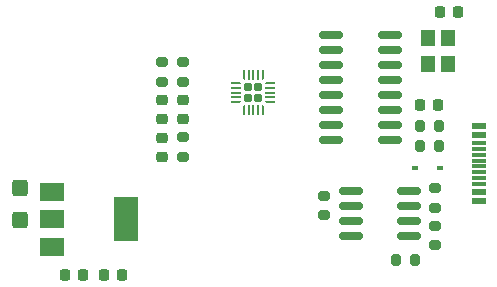
<source format=gbr>
%TF.GenerationSoftware,KiCad,Pcbnew,(6.0.9)*%
%TF.CreationDate,2023-05-25T17:56:41+02:00*%
%TF.ProjectId,tiny1616_dev_board,74696e79-3136-4313-965f-6465765f626f,rev?*%
%TF.SameCoordinates,Original*%
%TF.FileFunction,Paste,Top*%
%TF.FilePolarity,Positive*%
%FSLAX46Y46*%
G04 Gerber Fmt 4.6, Leading zero omitted, Abs format (unit mm)*
G04 Created by KiCad (PCBNEW (6.0.9)) date 2023-05-25 17:56:41*
%MOMM*%
%LPD*%
G01*
G04 APERTURE LIST*
G04 Aperture macros list*
%AMRoundRect*
0 Rectangle with rounded corners*
0 $1 Rounding radius*
0 $2 $3 $4 $5 $6 $7 $8 $9 X,Y pos of 4 corners*
0 Add a 4 corners polygon primitive as box body*
4,1,4,$2,$3,$4,$5,$6,$7,$8,$9,$2,$3,0*
0 Add four circle primitives for the rounded corners*
1,1,$1+$1,$2,$3*
1,1,$1+$1,$4,$5*
1,1,$1+$1,$6,$7*
1,1,$1+$1,$8,$9*
0 Add four rect primitives between the rounded corners*
20,1,$1+$1,$2,$3,$4,$5,0*
20,1,$1+$1,$4,$5,$6,$7,0*
20,1,$1+$1,$6,$7,$8,$9,0*
20,1,$1+$1,$8,$9,$2,$3,0*%
%AMFreePoly0*
4,1,14,0.334644,0.085355,0.385355,0.034644,0.400000,-0.000711,0.400000,-0.050000,0.385355,-0.085355,0.350000,-0.100000,-0.350000,-0.100000,-0.385355,-0.085355,-0.400000,-0.050000,-0.400000,0.050000,-0.385355,0.085355,-0.350000,0.100000,0.299289,0.100000,0.334644,0.085355,0.334644,0.085355,$1*%
%AMFreePoly1*
4,1,14,0.385355,0.085355,0.400000,0.050000,0.400000,0.000711,0.385355,-0.034644,0.334644,-0.085355,0.299289,-0.100000,-0.350000,-0.100000,-0.385355,-0.085355,-0.400000,-0.050000,-0.400000,0.050000,-0.385355,0.085355,-0.350000,0.100000,0.350000,0.100000,0.385355,0.085355,0.385355,0.085355,$1*%
%AMFreePoly2*
4,1,14,0.085355,0.385355,0.100000,0.350000,0.100000,-0.350000,0.085355,-0.385355,0.050000,-0.400000,-0.050000,-0.400000,-0.085355,-0.385355,-0.100000,-0.350000,-0.100000,0.299289,-0.085355,0.334644,-0.034644,0.385355,0.000711,0.400000,0.050000,0.400000,0.085355,0.385355,0.085355,0.385355,$1*%
%AMFreePoly3*
4,1,14,0.034644,0.385355,0.085355,0.334644,0.100000,0.299289,0.100000,-0.350000,0.085355,-0.385355,0.050000,-0.400000,-0.050000,-0.400000,-0.085355,-0.385355,-0.100000,-0.350000,-0.100000,0.350000,-0.085355,0.385355,-0.050000,0.400000,-0.000711,0.400000,0.034644,0.385355,0.034644,0.385355,$1*%
%AMFreePoly4*
4,1,14,0.385355,0.085355,0.400000,0.050000,0.400000,-0.050000,0.385355,-0.085355,0.350000,-0.100000,-0.299289,-0.100000,-0.334644,-0.085355,-0.385355,-0.034644,-0.400000,0.000711,-0.400000,0.050000,-0.385355,0.085355,-0.350000,0.100000,0.350000,0.100000,0.385355,0.085355,0.385355,0.085355,$1*%
%AMFreePoly5*
4,1,14,0.385355,0.085355,0.400000,0.050000,0.400000,-0.050000,0.385355,-0.085355,0.350000,-0.100000,-0.350000,-0.100000,-0.385355,-0.085355,-0.400000,-0.050000,-0.400000,-0.000711,-0.385355,0.034644,-0.334644,0.085355,-0.299289,0.100000,0.350000,0.100000,0.385355,0.085355,0.385355,0.085355,$1*%
%AMFreePoly6*
4,1,14,0.085355,0.385355,0.100000,0.350000,0.100000,-0.299289,0.085355,-0.334644,0.034644,-0.385355,-0.000711,-0.400000,-0.050000,-0.400000,-0.085355,-0.385355,-0.100000,-0.350000,-0.100000,0.350000,-0.085355,0.385355,-0.050000,0.400000,0.050000,0.400000,0.085355,0.385355,0.085355,0.385355,$1*%
%AMFreePoly7*
4,1,14,0.085355,0.385355,0.100000,0.350000,0.100000,-0.350000,0.085355,-0.385355,0.050000,-0.400000,0.000711,-0.400000,-0.034644,-0.385355,-0.085355,-0.334644,-0.100000,-0.299289,-0.100000,0.350000,-0.085355,0.385355,-0.050000,0.400000,0.050000,0.400000,0.085355,0.385355,0.085355,0.385355,$1*%
G04 Aperture macros list end*
%ADD10R,0.600000X0.450000*%
%ADD11R,1.160000X0.600000*%
%ADD12R,1.160000X0.300000*%
%ADD13RoundRect,0.200000X-0.200000X-0.275000X0.200000X-0.275000X0.200000X0.275000X-0.200000X0.275000X0*%
%ADD14R,1.200000X1.400000*%
%ADD15RoundRect,0.218750X-0.256250X0.218750X-0.256250X-0.218750X0.256250X-0.218750X0.256250X0.218750X0*%
%ADD16R,2.000000X1.500000*%
%ADD17R,2.000000X3.800000*%
%ADD18RoundRect,0.200000X0.275000X-0.200000X0.275000X0.200000X-0.275000X0.200000X-0.275000X-0.200000X0*%
%ADD19RoundRect,0.200000X-0.275000X0.200000X-0.275000X-0.200000X0.275000X-0.200000X0.275000X0.200000X0*%
%ADD20RoundRect,0.225000X0.225000X0.250000X-0.225000X0.250000X-0.225000X-0.250000X0.225000X-0.250000X0*%
%ADD21RoundRect,0.225000X-0.250000X0.225000X-0.250000X-0.225000X0.250000X-0.225000X0.250000X0.225000X0*%
%ADD22RoundRect,0.200000X0.200000X0.275000X-0.200000X0.275000X-0.200000X-0.275000X0.200000X-0.275000X0*%
%ADD23RoundRect,0.150000X0.825000X0.150000X-0.825000X0.150000X-0.825000X-0.150000X0.825000X-0.150000X0*%
%ADD24RoundRect,0.218750X0.256250X-0.218750X0.256250X0.218750X-0.256250X0.218750X-0.256250X-0.218750X0*%
%ADD25RoundRect,0.225000X-0.225000X-0.250000X0.225000X-0.250000X0.225000X0.250000X-0.225000X0.250000X0*%
%ADD26RoundRect,0.172500X0.172500X0.172500X-0.172500X0.172500X-0.172500X-0.172500X0.172500X-0.172500X0*%
%ADD27FreePoly0,180.000000*%
%ADD28RoundRect,0.050000X0.350000X0.050000X-0.350000X0.050000X-0.350000X-0.050000X0.350000X-0.050000X0*%
%ADD29FreePoly1,180.000000*%
%ADD30FreePoly2,180.000000*%
%ADD31RoundRect,0.050000X0.050000X0.350000X-0.050000X0.350000X-0.050000X-0.350000X0.050000X-0.350000X0*%
%ADD32FreePoly3,180.000000*%
%ADD33FreePoly4,180.000000*%
%ADD34FreePoly5,180.000000*%
%ADD35FreePoly6,180.000000*%
%ADD36FreePoly7,180.000000*%
%ADD37RoundRect,0.250000X0.425000X-0.450000X0.425000X0.450000X-0.425000X0.450000X-0.425000X-0.450000X0*%
%ADD38RoundRect,0.150000X-0.825000X-0.150000X0.825000X-0.150000X0.825000X0.150000X-0.825000X0.150000X0*%
G04 APERTURE END LIST*
D10*
%TO.C,D2*%
X120870000Y-53340000D03*
X122970000Y-53340000D03*
%TD*%
D11*
%TO.C,J2*%
X126217200Y-56159000D03*
X126217200Y-55359000D03*
D12*
X126217200Y-54209000D03*
X126217200Y-53209000D03*
X126217200Y-52709000D03*
X126217200Y-51709000D03*
D11*
X126217200Y-50559000D03*
X126217200Y-49759000D03*
X126217200Y-49759000D03*
X126217200Y-50559000D03*
D12*
X126217200Y-51209000D03*
X126217200Y-52209000D03*
X126217200Y-53709000D03*
X126217200Y-54709000D03*
D11*
X126217200Y-55359000D03*
X126217200Y-56159000D03*
%TD*%
D13*
%TO.C,R5*%
X119190000Y-61087000D03*
X120840000Y-61087000D03*
%TD*%
D14*
%TO.C,Y1*%
X121959000Y-42334000D03*
X121959000Y-44534000D03*
X123659000Y-44534000D03*
X123659000Y-42334000D03*
%TD*%
D15*
%TO.C,D3*%
X99441000Y-50800000D03*
X99441000Y-52375000D03*
%TD*%
D16*
%TO.C,U1*%
X90068000Y-55383400D03*
X90068000Y-57683400D03*
D17*
X96368000Y-57683400D03*
D16*
X90068000Y-59983400D03*
%TD*%
D18*
%TO.C,R4*%
X113157000Y-57340000D03*
X113157000Y-55690000D03*
%TD*%
D19*
%TO.C,R7*%
X101219000Y-44387000D03*
X101219000Y-46037000D03*
%TD*%
D20*
%TO.C,C3*%
X96025000Y-62357000D03*
X94475000Y-62357000D03*
%TD*%
%TO.C,C5*%
X122822000Y-48006000D03*
X121272000Y-48006000D03*
%TD*%
D19*
%TO.C,R8*%
X122555000Y-55055000D03*
X122555000Y-56705000D03*
%TD*%
D20*
%TO.C,C6*%
X124473000Y-40132000D03*
X122923000Y-40132000D03*
%TD*%
D21*
%TO.C,C4*%
X101219000Y-47612000D03*
X101219000Y-49162000D03*
%TD*%
D22*
%TO.C,R2*%
X122872000Y-49784000D03*
X121222000Y-49784000D03*
%TD*%
%TO.C,R3*%
X122872000Y-51435000D03*
X121222000Y-51435000D03*
%TD*%
D23*
%TO.C,U3*%
X118680000Y-50927000D03*
X118680000Y-49657000D03*
X118680000Y-48387000D03*
X118680000Y-47117000D03*
X118680000Y-45847000D03*
X118680000Y-44577000D03*
X118680000Y-43307000D03*
X118680000Y-42037000D03*
X113730000Y-42037000D03*
X113730000Y-43307000D03*
X113730000Y-44577000D03*
X113730000Y-45847000D03*
X113730000Y-47117000D03*
X113730000Y-48387000D03*
X113730000Y-49657000D03*
X113730000Y-50927000D03*
%TD*%
D19*
%TO.C,R1*%
X99441000Y-44387000D03*
X99441000Y-46037000D03*
%TD*%
D24*
%TO.C,D1*%
X99441000Y-49174500D03*
X99441000Y-47599500D03*
%TD*%
D25*
%TO.C,C2*%
X91173000Y-62357000D03*
X92723000Y-62357000D03*
%TD*%
D19*
%TO.C,R9*%
X122555000Y-58230000D03*
X122555000Y-59880000D03*
%TD*%
%TO.C,R6*%
X101219000Y-50737000D03*
X101219000Y-52387000D03*
%TD*%
D26*
%TO.C,U2*%
X107569000Y-46521000D03*
X106719000Y-46521000D03*
X106719000Y-47371000D03*
X107569000Y-47371000D03*
D27*
X108594000Y-47746000D03*
D28*
X108594000Y-47346000D03*
X108594000Y-46946000D03*
X108594000Y-46546000D03*
D29*
X108594000Y-46146000D03*
D30*
X107944000Y-45496000D03*
D31*
X107544000Y-45496000D03*
X107144000Y-45496000D03*
X106744000Y-45496000D03*
D32*
X106344000Y-45496000D03*
D33*
X105694000Y-46146000D03*
D28*
X105694000Y-46546000D03*
X105694000Y-46946000D03*
X105694000Y-47346000D03*
D34*
X105694000Y-47746000D03*
D35*
X106344000Y-48396000D03*
D31*
X106744000Y-48396000D03*
X107144000Y-48396000D03*
X107544000Y-48396000D03*
D36*
X107944000Y-48396000D03*
%TD*%
D37*
%TO.C,C1*%
X87376000Y-57738000D03*
X87376000Y-55038000D03*
%TD*%
D38*
%TO.C,U4*%
X115381000Y-55245000D03*
X115381000Y-56515000D03*
X115381000Y-57785000D03*
X115381000Y-59055000D03*
X120331000Y-59055000D03*
X120331000Y-57785000D03*
X120331000Y-56515000D03*
X120331000Y-55245000D03*
%TD*%
M02*

</source>
